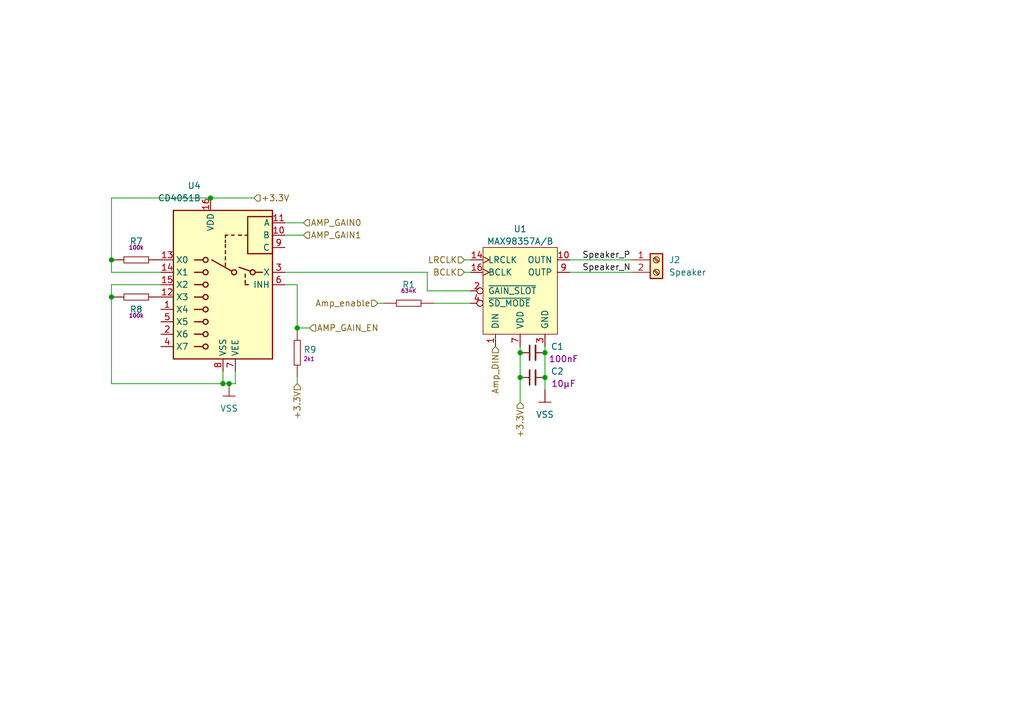
<source format=kicad_sch>
(kicad_sch (version 20230121) (generator eeschema)
  (paper "A5")
  (title_block (title "Projet Barbapapa") (date "2023-06-19") (rev "0.1") (company "Téo-CD"))
  (lib_symbols
    (symbol "00_PowerSymboles:VSS" (power) (pin_numbers hide) (pin_names hide) (in_bom no) (on_board no)
      (property "Value" "VSS" (at 0 -3.81 0))
      (symbol "VSS_0_1"
        (polyline (pts (xy -1.27 -2.54) (xy 1.27 -2.54)))
      )
      (symbol "VSS_1_1"
        (pin power_in line (at 0 0 270) (length 2.54) (name "VSS") (number "VSS"))
      )
    )
    (symbol "01_Capacitor:CAP_0603_100nF_50V" (pin_numbers hide) (pin_names hide)
      (property "Reference" "C" (at 2.54 0 0))
      (property "Capacitance" "100nF" (at 2.54 -5.08 0))
      (property "Voltage" "50V" (at 2.54 -2.54 0))
      (symbol "CAP_0603_100nF_50V_0_1"
        (polyline (pts (xy -1.524 -3.1496) (xy 1.524 -3.1496)) (stroke (width 0.3302)))
        (polyline (pts (xy -1.524 -1.9304) (xy 1.524 -1.9304)) (stroke (width 0.3048)))
      )
      (symbol "CAP_0603_100nF_50V_1_1"
        (pin passive line (at 0 0 270) (length 1.8542) (name "~") (number "1"))
        (pin passive line (at 0 -5.08 90) (length 1.8542) (name "~") (number "2"))
      )
    )
    (symbol "01_Capacitor:CAP_0603_10uF_50V" (pin_numbers hide) (pin_names hide)
      (property "Reference" "C" (at 2.54 0 0))
      (property "Capacitance" "10µF" (at 2.54 -5.08 0))
      (property "Voltage" "50V" (at 2.54 -2.54 0))
      (symbol "CAP_0603_10uF_50V_0_1"
        (polyline (pts (xy -1.524 -3.1496) (xy 1.524 -3.1496)) (stroke (width 0.3302)))
        (polyline (pts (xy -1.524 -1.9304) (xy 1.524 -1.9304)) (stroke (width 0.3048)))
      )
      (symbol "CAP_0603_10uF_50V_1_1"
        (pin passive line (at 0 0 270) (length 1.8542) (name "~") (number "1"))
        (pin passive line (at 0 -5.08 90) (length 1.8542) (name "~") (number "2"))
      )
    )
    (symbol "02_Resistor:RES_0603_10K_1%" (pin_numbers hide) (pin_names hide)
      (property "Reference" "R" (at 0 2.54 0))
      (property "Resistance" "10k" (at 0 0 0))
      (symbol "RES_0603_10K_1%_0_1"
        (rectangle (start -2.54 0.635) (end 2.54 -0.635))
      )
      (symbol "RES_0603_10K_1%_1_1"
        (pin passive line (at -5.08 0 0) (length 2.54) (name "1") (number "1"))
        (pin passive line (at 5.08 0 180) (length 2.54) (name "2") (number "2"))
      )
    )
    (symbol "02_Resistor:RES_0603_2K1_1%" (pin_numbers hide) (pin_names hide)
      (property "Reference" "R" (at 0 2.54 0))
      (property "Resistance" "2k1" (at 0 0 0))
      (symbol "RES_0603_2K1_1%_0_1"
        (rectangle (start -2.54 0.635) (end 2.54 -0.635))
      )
      (symbol "RES_0603_2K1_1%_1_1"
        (pin passive line (at -5.08 0 0) (length 2.54) (name "1") (number "1"))
        (pin passive line (at 5.08 0 180) (length 2.54) (name "2") (number "2"))
      )
    )
    (symbol "02_Resistor:RES_0603_47K_1%" (pin_numbers hide) (pin_names hide)
      (property "Reference" "R" (at 0 2.54 0))
      (property "Resistance" "47K" (at 0 0 0))
      (symbol "RES_0603_47K_1%_0_1"
        (rectangle (start -2.54 0.635) (end 2.54 -0.635))
      )
      (symbol "RES_0603_47K_1%_1_1"
        (pin passive line (at -5.08 0 0) (length 2.54) (name "1") (number "1"))
        (pin passive line (at 5.08 0 180) (length 2.54) (name "2") (number "2"))
      )
    )
    (symbol "Analog_Switch:CD4051B"
      (property "Reference" "U" (at -10.16 16.51 0))
      (property "Value" "CD4051B" (at 3.81 16.51 0))
      (symbol "CD4051B_0_1"
        (rectangle (start -10.16 6.35) (end -5.08 13.97) (stroke (width 0.254)))
        (rectangle (start -10.16 15.24) (end 10.16 -15.24) (stroke (width 0.254)) (fill (type background)))
        (circle (center -6.096 2.54) (radius 0.508) (stroke (width 0.254)))
        (circle (center -2.286 2.54) (radius 0.508) (stroke (width 0.254)))
        (polyline (pts (xy -8.128 2.54) (xy -6.604 2.54)) (stroke (width 0.254)))
        (polyline (pts (xy -5.588 2.794) (xy -3.302 3.556)) (stroke (width 0.254)))
        (polyline (pts (xy -4.572 0) (xy -5.207 0)) (stroke (width 0.254)))
        (polyline (pts (xy -4.572 0.254) (xy -4.572 0.889)) (stroke (width 0.254)))
        (polyline (pts (xy -4.572 1.524) (xy -4.572 2.159)) (stroke (width 0.254)))
        (polyline (pts (xy -4.572 10.16) (xy -5.08 10.16)) (stroke (width 0.254)))
        (polyline (pts (xy -3.81 10.16) (xy -3.175 10.16)) (stroke (width 0.254)))
        (polyline (pts (xy -1.778 2.794) (xy 2.286 5.08)) (stroke (width 0.254)))
        (polyline (pts (xy -1.778 10.16) (xy -2.286 10.16)) (stroke (width 0.254)))
        (polyline (pts (xy -0.508 3.81) (xy -0.508 4.445)) (stroke (width 0.254)))
        (polyline (pts (xy -0.508 5.08) (xy -0.508 5.715)) (stroke (width 0.254)))
        (polyline (pts (xy -0.508 6.35) (xy -0.508 6.985)) (stroke (width 0.254)))
        (polyline (pts (xy -0.508 7.62) (xy -0.508 8.255)) (stroke (width 0.254)))
        (polyline (pts (xy -0.508 8.636) (xy -0.508 9.144)) (stroke (width 0.254)))
        (polyline (pts (xy -0.508 9.652) (xy -0.508 10.16)) (stroke (width 0.254)))
        (polyline (pts (xy -0.508 10.16) (xy -1.016 10.16)) (stroke (width 0.254)))
        (polyline (pts (xy 4.064 -12.7) (xy 5.842 -12.7)) (stroke (width 0.254)))
        (polyline (pts (xy 4.064 -10.16) (xy 5.842 -10.16)) (stroke (width 0.254)))
        (polyline (pts (xy 4.064 -7.62) (xy 5.842 -7.62)) (stroke (width 0.254)))
        (polyline (pts (xy 4.064 -5.08) (xy 5.842 -5.08)) (stroke (width 0.254)))
        (polyline (pts (xy 4.064 -2.54) (xy 5.842 -2.54)) (stroke (width 0.254)))
        (polyline (pts (xy 4.064 0) (xy 5.842 0)) (stroke (width 0.254)))
        (polyline (pts (xy 4.064 2.54) (xy 5.842 2.54)) (stroke (width 0.254)))
        (polyline (pts (xy 4.064 5.08) (xy 5.842 5.08)) (stroke (width 0.254)))
        (circle (center 3.556 -12.7) (radius 0.508) (stroke (width 0.254)))
        (circle (center 3.556 -10.16) (radius 0.508) (stroke (width 0.254)))
        (circle (center 3.556 -7.62) (radius 0.508) (stroke (width 0.254)))
        (circle (center 3.556 -5.08) (radius 0.508) (stroke (width 0.254)))
        (circle (center 3.556 -2.54) (radius 0.508) (stroke (width 0.254)))
        (circle (center 3.556 0) (radius 0.508) (stroke (width 0.254)))
        (circle (center 3.556 2.54) (radius 0.508) (stroke (width 0.254)))
        (circle (center 3.556 5.08) (radius 0.508) (stroke (width 0.254)))
      )
      (symbol "CD4051B_1_1"
        (pin bidirectional line (at 12.7 -5.08 180) (length 2.54) (name "X4") (number "1"))
        (pin input line (at -12.7 10.16 0) (length 2.54) (name "B") (number "10"))
        (pin input line (at -12.7 12.7 0) (length 2.54) (name "A") (number "11"))
        (pin bidirectional line (at 12.7 -2.54 180) (length 2.54) (name "X3") (number "12"))
        (pin bidirectional line (at 12.7 5.08 180) (length 2.54) (name "X0") (number "13"))
        (pin bidirectional line (at 12.7 2.54 180) (length 2.54) (name "X1") (number "14"))
        (pin bidirectional line (at 12.7 0 180) (length 2.54) (name "X2") (number "15"))
        (pin power_in line (at 2.54 17.78 270) (length 2.54) (name "VDD") (number "16"))
        (pin bidirectional line (at 12.7 -10.16 180) (length 2.54) (name "X6") (number "2"))
        (pin bidirectional line (at -12.7 2.54 0) (length 2.54) (name "X") (number "3"))
        (pin bidirectional line (at 12.7 -12.7 180) (length 2.54) (name "X7") (number "4"))
        (pin bidirectional line (at 12.7 -7.62 180) (length 2.54) (name "X5") (number "5"))
        (pin input line (at -12.7 0 0) (length 2.54) (name "INH") (number "6"))
        (pin power_in line (at -2.54 -17.78 90) (length 2.54) (name "VEE") (number "7"))
        (pin power_in line (at 0 -17.78 90) (length 2.54) (name "VSS") (number "8"))
        (pin input line (at -12.7 7.62 0) (length 2.54) (name "C") (number "9"))
      )
    )
    (symbol "Connector:Screw_Terminal_01x02" (pin_names (offset 1.016) hide)
      (property "Reference" "J" (at 0 2.54 0))
      (property "Value" "Screw_Terminal_01x02" (at 0 -5.08 0))
      (symbol "Screw_Terminal_01x02_1_1"
        (rectangle (start -1.27 1.27) (end 1.27 -3.81) (stroke (width 0.254)) (fill (type background)))
        (circle (center 0 -2.54) (radius 0.635) (stroke (width 0.1524)))
        (polyline (pts (xy -0.5334 -2.2098) (xy 0.3302 -3.048)) (stroke (width 0.1524)))
        (polyline (pts (xy -0.5334 0.3302) (xy 0.3302 -0.508)) (stroke (width 0.1524)))
        (polyline (pts (xy -0.3556 -2.032) (xy 0.508 -2.8702)) (stroke (width 0.1524)))
        (polyline (pts (xy -0.3556 0.508) (xy 0.508 -0.3302)) (stroke (width 0.1524)))
        (circle (center 0 0) (radius 0.635) (stroke (width 0.1524)))
        (pin passive line (at -5.08 0 0) (length 3.81) (name "Pin_1") (number "1"))
        (pin passive line (at -5.08 -2.54 0) (length 3.81) (name "Pin_2") (number "2"))
      )
    )
    (symbol "Stuff:MAX98357A/B" (pin_names (offset 1))
      (property "Reference" "U" (at -6.35 12.7 0))
      (property "Value" "MAX98357A/B" (at 0 10.16 0))
      (symbol "MAX98357A/B_0_0"
        (pin input clock (at -10.16 6.35 0) (length 2.54) (name "LRCLK") (number "14"))
        (pin input clock (at -10.16 3.81 0) (length 2.54) (name "BCLK") (number "16"))
      )
      (symbol "MAX98357A/B_1_0"
        (pin input line (at -5.08 -11.43 90) (length 2.54) (name "DIN") (number "1"))
        (pin output line (at 10.16 6.35 180) (length 2.54) (name "OUTN") (number "10"))
        (pin power_in line (at 10.16 0 180) (length 2.54) hide (name "GND") (number "11"))
        (pin power_in line (at 10.16 -1.27 180) (length 2.54) hide (name "GND") (number "15"))
        (pin input inverted (at -10.16 0 0) (length 2.54) (name "~{GAIN_SLOT}") (number "2"))
        (pin power_in line (at 5.08 -11.43 90) (length 2.54) (name "GND") (number "3"))
        (pin input inverted (at -10.16 -2.54 0) (length 2.54) (name "~{SD_MODE}") (number "4"))
        (pin power_in line (at 0 -11.43 90) (length 2.54) (name "VDD") (number "7"))
        (pin power_in line (at 10.16 -2.54 180) (length 2.54) hide (name "VDD") (number "8"))
        (pin output line (at 10.16 3.81 180) (length 2.54) (name "OUTP") (number "9"))
      )
      (symbol "MAX98357A/B_1_1"
        (rectangle (start -7.62 8.89) (end 7.62 -8.89) (fill (type background)))
      )
    )
  )
  (junction (at 111.76 77.47))
  (junction (at 22.86 60.96))
  (junction (at 106.68 72.39))
  (junction (at 60.96 67.31))
  (junction (at 45.72 78.74))
  (junction (at 43.18 40.64))
  (junction (at 106.68 77.47))
  (junction (at 22.86 53.34))
  (junction (at 46.99 78.74))
  (junction (at 111.76 72.39))
  (wire (pts (xy 78.74 62.23) (xy 77.47 62.23)))
  (wire (pts (xy 58.42 45.72) (xy 62.23 45.72)))
  (wire (pts (xy 60.96 58.42) (xy 58.42 58.42)))
  (wire (pts (xy 60.96 67.31) (xy 60.96 58.42)))
  (wire (pts (xy 45.72 76.2) (xy 45.72 78.74)))
  (wire (pts (xy 116.84 55.88) (xy 129.54 55.88)))
  (wire (pts (xy 22.86 58.42) (xy 22.86 60.96)))
  (wire (pts (xy 106.68 71.12) (xy 106.68 72.39)))
  (wire (pts (xy 58.42 55.88) (xy 87.63 55.88)))
  (wire (pts (xy 43.18 40.64) (xy 22.86 40.64)))
  (wire (pts (xy 88.9 62.23) (xy 96.52 62.23)))
  (wire (pts (xy 95.25 55.88) (xy 96.52 55.88)))
  (wire (pts (xy 43.18 40.64) (xy 52.07 40.64)))
  (wire (pts (xy 87.63 55.88) (xy 87.63 59.69)))
  (wire (pts (xy 111.76 72.39) (xy 111.76 77.47)))
  (wire (pts (xy 87.63 59.69) (xy 96.52 59.69)))
  (wire (pts (xy 116.84 53.34) (xy 129.54 53.34)))
  (wire (pts (xy 22.86 78.74) (xy 45.72 78.74)))
  (wire (pts (xy 111.76 77.47) (xy 111.76 80.01)))
  (wire (pts (xy 45.72 78.74) (xy 46.99 78.74)))
  (wire (pts (xy 106.68 72.39) (xy 106.68 77.47)))
  (wire (pts (xy 22.86 60.96) (xy 22.86 78.74)))
  (wire (pts (xy 46.99 78.74) (xy 48.26 78.74)))
  (wire (pts (xy 95.25 53.34) (xy 96.52 53.34)))
  (wire (pts (xy 63.5 67.31) (xy 60.96 67.31)))
  (wire (pts (xy 111.76 71.12) (xy 111.76 72.39)))
  (wire (pts (xy 106.68 77.47) (xy 106.68 82.55)))
  (wire (pts (xy 60.96 77.47) (xy 60.96 78.74)))
  (wire (pts (xy 58.42 48.26) (xy 62.23 48.26)))
  (wire (pts (xy 33.02 55.88) (xy 22.86 55.88)))
  (wire (pts (xy 33.02 58.42) (xy 22.86 58.42)))
  (wire (pts (xy 22.86 55.88) (xy 22.86 53.34)))
  (wire (pts (xy 48.26 76.2) (xy 48.26 78.74)))
  (wire (pts (xy 22.86 40.64) (xy 22.86 53.34)))
  (label "Speaker_P" (at 119.38 53.34 0))
  (label "Speaker_N" (at 119.38 55.88 0))
  (hierarchical_label "+3.3V" (shape input) (at 106.68 82.55 270))
  (hierarchical_label "AMP_GAIN1" (shape input) (at 62.23 48.26 0))
  (hierarchical_label "AMP_GAIN0" (shape input) (at 62.23 45.72 0))
  (hierarchical_label "AMP_GAIN_EN" (shape input) (at 63.5 67.31 0))
  (hierarchical_label "BCLK" (shape input) (at 95.25 55.88 180))
  (hierarchical_label "LRCLK" (shape input) (at 95.25 53.34 180))
  (hierarchical_label "Amp_enable" (shape input) (at 77.47 62.23 180))
  (hierarchical_label "+3.3V" (shape input) (at 52.07 40.64 0))
  (hierarchical_label "Amp_DIN" (shape input) (at 101.6 71.12 270))
  (hierarchical_label "+3.3V" (shape input) (at 60.96 78.74 270))
  (symbol (lib_id "Connector:Screw_Terminal_01x02") (at 134.62 53.34 0) (unit 1)
    (property "Reference" "J2" (at 137.16 53.34 0) (effects (justify left)))
    (property "Value" "Speaker" (at 137.16 55.88 0) (effects (justify left)))
    (property "Footprint" "TerminalBlock_RND:TerminalBlock_RND_205-00012_1x02_P5.00mm_Horizontal" (effects hide))
    (property "Datasheet" "https://uk.rs-online.com/web/p/pcb-terminal-blocks/8970736" (effects hide))
  )
  (symbol (lib_id "00_PowerSymboles:VSS") (at 111.76 80.01 0) (unit 1) (in_bom no) (on_board no)
    (property "Reference" "#VSS0101" (effects hide))
    (property "Value" "VSS" (at 111.76 85.09 0))
  )
  (symbol (lib_id "Analog_Switch:CD4051B") (at 45.72 58.42 0) (mirror y) (unit 1)
    (property "Reference" "U4" (at 41.2241 38.1 0) (effects (justify left)))
    (property "Value" "CD4051B" (at 41.2241 40.64 0) (effects (justify left)))
    (property "Footprint" "Package_SO:TSSOP-16_4.4x5mm_P0.65mm" (effects hide))
    (property "Datasheet" "http://www.ti.com/lit/ds/symlink/cd4052b.pdf" (effects hide))
  )
  (symbol (lib_id "02_Resistor:RES_0603_10K_1%") (at 27.94 53.34 0) (unit 1)
    (property "Reference" "R7" (at 27.94 49.53 0))
    (property "Value" "RES_0603_100K_1%" (effects hide))
    (property "Footprint" "01_Passives:RES_0603" (effects hide))
    (property "Resistance" "100k" (at 27.94 50.8 0) (effects (font (size 0.8 0.8))))
    (property "Power" "100mW" (effects hide))
  )
  (symbol (lib_id "02_Resistor:RES_0603_10K_1%") (at 27.94 60.96 0) (unit 1)
    (property "Reference" "R8" (at 27.94 63.5 0))
    (property "Value" "RES_0603_100K_1%" (effects hide))
    (property "Footprint" "01_Passives:RES_0603" (effects hide))
    (property "Resistance" "100k" (at 27.94 64.77 0) (effects (font (size 0.8 0.8))))
    (property "Power" "100mW" (effects hide))
  )
  (symbol (lib_id "02_Resistor:RES_0603_47K_1%") (at 83.82 62.23 0) (unit 1)
    (property "Reference" "R1" (at 83.82 58.42 0))
    (property "Value" "RES_0603_634K_1%" (effects hide))
    (property "Footprint" "01_Passives:RES_0603" (effects hide))
    (property "Resistance" "634K" (at 83.82 59.69 0) (effects (font (size 0.8 0.8))))
    (property "Power" "100mW" (effects hide))
  )
  (symbol (lib_id "02_Resistor:RES_0603_2K1_1%") (at 60.96 72.39 90) (unit 1)
    (property "Reference" "R9" (at 62.23 71.755 90) (effects (justify right)))
    (property "Value" "RES_0603_2K1_1%" (effects hide))
    (property "Footprint" "01_Passives:RES_0603" (effects hide))
    (property "Resistance" "2k1" (at 62.23 73.66 90) (effects (font (size 0.8 0.8)) (justify right)))
    (property "Power" "100mW" (effects hide))
  )
  (symbol (lib_id "01_Capacitor:CAP_0603_100nF_50V") (at 106.68 72.39 90) (unit 1)
    (property "Reference" "C1" (at 114.3 71.12 90))
    (property "Value" "CAP_0603_100nF_50V" (effects hide))
    (property "Footprint" "01_Passives:CAP_0603" (effects hide))
    (property "Capacitance" "100nF" (at 115.57 73.66 90))
    (property "Voltage" "50V" (effects hide))
  )
  (symbol (lib_id "00_PowerSymboles:VSS") (at 46.99 78.74 0) (unit 1) (in_bom no) (on_board no)
    (property "Reference" "#VSS010" (effects hide))
    (property "Value" "VSS" (at 46.99 83.82 0))
  )
  (symbol (lib_id "01_Capacitor:CAP_0603_10uF_50V") (at 106.68 77.47 90) (unit 1)
    (property "Reference" "C2" (at 114.3 76.2 90))
    (property "Value" "CAP_0603_10uF_50V" (effects hide))
    (property "Footprint" "01_Passives:CAP_0603" (effects hide))
    (property "Capacitance" "10µF" (at 115.57 78.74 90))
    (property "Voltage" "50V" (effects hide))
  )
  (symbol (lib_id "Stuff:MAX98357A/B") (at 106.68 59.69 0) (unit 1)
    (property "Reference" "U1" (at 106.68 46.99 0))
    (property "Value" "MAX98357A/B" (at 106.68 49.53 0))
    (property "Footprint" "Package_DFN_QFN:TQFN-16-1EP_3x3mm_P0.5mm_EP1.23x1.23mm" (effects hide))
    (property "Datasheet" "https://cdn.sparkfun.com/assets/3/5/4/d/5/MAX98357A-MAX98357B.pdf" (effects hide))
  )
)
</source>
